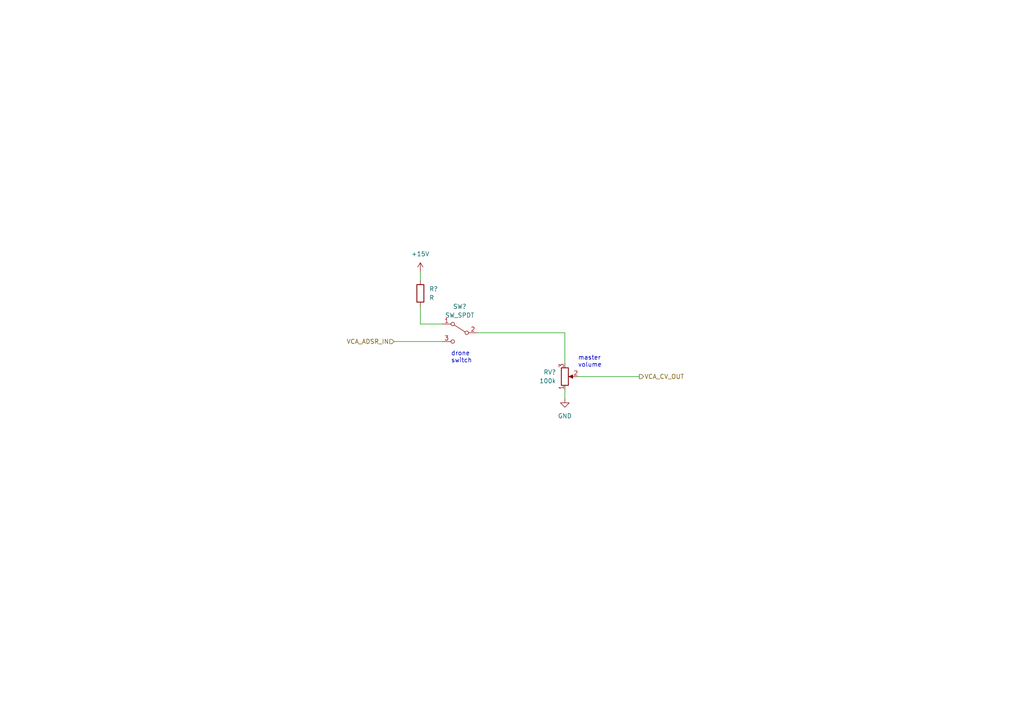
<source format=kicad_sch>
(kicad_sch (version 20211123) (generator eeschema)
  (paper "A4")
  (lib_symbols
    (symbol "Device:R" (pin_numbers hide) (pin_names (offset 0))
      (property "Reference" "R" (at 2.032 0 90))
      (property "Value" "R" (at 0 0 90))
      (symbol "R_0_1"
        (rectangle (start -1.016 -2.54) (end 1.016 2.54) (stroke (width 0.254)))
      )
      (symbol "R_1_1"
        (pin passive line (at 0 3.81 270) (length 1.27) (name "~") (number "1"))
        (pin passive line (at 0 -3.81 90) (length 1.27) (name "~") (number "2"))
      )
    )
    (symbol "Device:R_Potentiometer" (pin_names (offset 1.016) hide)
      (property "Reference" "RV" (at -4.445 0 90))
      (property "Value" "R_Potentiometer" (at -2.54 0 90))
      (symbol "R_Potentiometer_0_1"
        (polyline (pts (xy 2.54 0) (xy 1.524 0)))
        (polyline (pts (xy 1.143 0) (xy 2.286 0.508) (xy 2.286 -0.508) (xy 1.143 0)) (fill (type outline)))
        (rectangle (start 1.016 2.54) (end -1.016 -2.54) (stroke (width 0.254)))
      )
      (symbol "R_Potentiometer_1_1"
        (pin passive line (at 0 3.81 270) (length 1.27) (name "1") (number "1"))
        (pin passive line (at 3.81 0 180) (length 1.27) (name "2") (number "2"))
        (pin passive line (at 0 -3.81 90) (length 1.27) (name "3") (number "3"))
      )
    )
    (symbol "Switch:SW_SPDT" (pin_names (offset 0) hide)
      (property "Reference" "SW" (at 0 4.318 0))
      (property "Value" "SW_SPDT" (at 0 -5.08 0))
      (symbol "SW_SPDT_0_0"
        (circle (center -2.032 0) (radius 0.508))
        (circle (center 2.032 -2.54) (radius 0.508))
      )
      (symbol "SW_SPDT_0_1"
        (polyline (pts (xy -1.524 0.254) (xy 1.651 2.286)))
        (circle (center 2.032 2.54) (radius 0.508))
      )
      (symbol "SW_SPDT_1_1"
        (pin passive line (at 5.08 2.54 180) (length 2.54) (name "A") (number "1"))
        (pin passive line (at -5.08 0 0) (length 2.54) (name "B") (number "2"))
        (pin passive line (at 5.08 -2.54 180) (length 2.54) (name "C") (number "3"))
      )
    )
    (symbol "power:+15V" (power) (pin_names (offset 0))
      (property "Value" "+15V" (at 0 3.556 0))
      (symbol "+15V_0_1"
        (polyline (pts (xy -0.762 1.27) (xy 0 2.54)))
        (polyline (pts (xy 0 0) (xy 0 2.54)))
        (polyline (pts (xy 0 2.54) (xy 0.762 1.27)))
      )
      (symbol "+15V_1_1"
        (pin power_in line (at 0 0 90) (length 0) hide (name "+15V") (number "1"))
      )
    )
    (symbol "power:GND" (power) (pin_names (offset 0))
      (property "Value" "GND" (at 0 -3.81 0))
      (symbol "GND_0_1"
        (polyline (pts (xy 0 0) (xy 0 -1.27) (xy 1.27 -1.27) (xy 0 -2.54) (xy -1.27 -1.27) (xy 0 -1.27)))
      )
      (symbol "GND_1_1"
        (pin power_in line (at 0 0 270) (length 0) hide (name "GND") (number "1"))
      )
    )
  )
  (wire (pts (xy 114.3 99.06) (xy 128.27 99.06)))
  (wire (pts (xy 138.43 96.52) (xy 163.83 96.52)))
  (wire (pts (xy 167.64 109.22) (xy 185.42 109.22)))
  (wire (pts (xy 121.92 78.74) (xy 121.92 81.28)))
  (wire (pts (xy 121.92 93.98) (xy 128.27 93.98)))
  (wire (pts (xy 121.92 88.9) (xy 121.92 93.98)))
  (wire (pts (xy 163.83 105.41) (xy 163.83 96.52)))
  (wire (pts (xy 163.83 113.03) (xy 163.83 115.57)))
  (text "master\nvolume" (at 167.64 106.68 0) (effects (font (size 1.27 1.27)) (justify left bottom)))
  (text "drone\nswitch" (at 130.81 105.41 0) (effects (font (size 1.27 1.27)) (justify left bottom)))
  (hierarchical_label "VCA_ADSR_IN" (shape input) (at 114.3 99.06 180))
  (hierarchical_label "VCA_CV_OUT" (shape output) (at 185.42 109.22 0))
  (symbol (lib_id "Device:R") (at 121.92 85.09 0) (unit 1)
    (property "Reference" "R?" (at 124.46 83.8199 0) (effects (justify left)))
    (property "Value" "R" (at 124.46 86.3599 0) (effects (justify left)))
  )
  (symbol (lib_id "power:GND") (at 163.83 115.57 0) (unit 1)
    (property "Reference" "#PWR?" (effects hide))
    (property "Value" "GND" (at 163.83 120.65 0))
  )
  (symbol (lib_id "power:+15V") (at 121.92 78.74 0) (unit 1)
    (property "Reference" "#PWR?" (effects hide))
    (property "Value" "+15V" (at 121.92 73.66 0))
  )
  (symbol (lib_id "Switch:SW_SPDT") (at 133.35 96.52 0) (mirror y) (unit 1)
    (property "Reference" "SW?" (at 133.35 88.9 0))
    (property "Value" "SW_SPDT" (at 133.35 91.44 0))
  )
  (symbol (lib_id "Device:R_Potentiometer") (at 163.83 109.22 0) (mirror x) (unit 1)
    (property "Reference" "RV?" (at 161.29 107.9499 0) (effects (justify right)))
    (property "Value" "100k" (at 161.29 110.4899 0) (effects (justify right)))
  )
)
</source>
